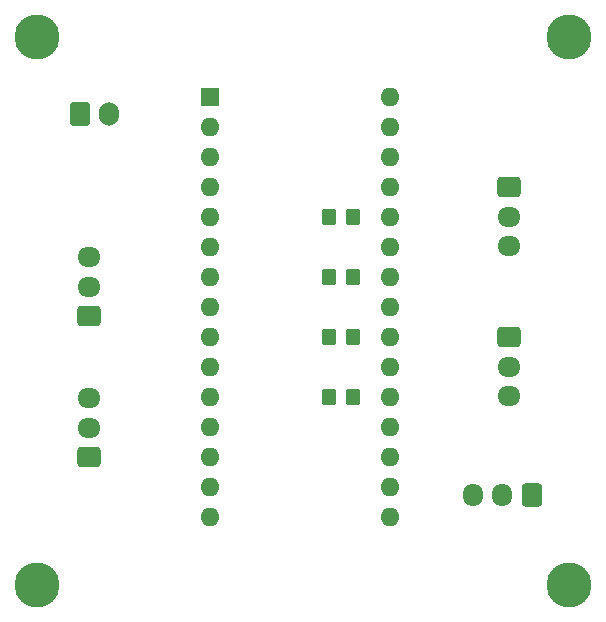
<source format=gbr>
%TF.GenerationSoftware,KiCad,Pcbnew,(6.0.4-0)*%
%TF.CreationDate,2022-05-05T15:57:16+02:00*%
%TF.ProjectId,Raptor_Gripper_Board,52617074-6f72-45f4-9772-69707065725f,rev?*%
%TF.SameCoordinates,Original*%
%TF.FileFunction,Soldermask,Top*%
%TF.FilePolarity,Negative*%
%FSLAX46Y46*%
G04 Gerber Fmt 4.6, Leading zero omitted, Abs format (unit mm)*
G04 Created by KiCad (PCBNEW (6.0.4-0)) date 2022-05-05 15:57:16*
%MOMM*%
%LPD*%
G01*
G04 APERTURE LIST*
G04 Aperture macros list*
%AMRoundRect*
0 Rectangle with rounded corners*
0 $1 Rounding radius*
0 $2 $3 $4 $5 $6 $7 $8 $9 X,Y pos of 4 corners*
0 Add a 4 corners polygon primitive as box body*
4,1,4,$2,$3,$4,$5,$6,$7,$8,$9,$2,$3,0*
0 Add four circle primitives for the rounded corners*
1,1,$1+$1,$2,$3*
1,1,$1+$1,$4,$5*
1,1,$1+$1,$6,$7*
1,1,$1+$1,$8,$9*
0 Add four rect primitives between the rounded corners*
20,1,$1+$1,$2,$3,$4,$5,0*
20,1,$1+$1,$4,$5,$6,$7,0*
20,1,$1+$1,$6,$7,$8,$9,0*
20,1,$1+$1,$8,$9,$2,$3,0*%
G04 Aperture macros list end*
%ADD10O,1.700000X1.950000*%
%ADD11RoundRect,0.250000X0.600000X0.725000X-0.600000X0.725000X-0.600000X-0.725000X0.600000X-0.725000X0*%
%ADD12C,2.600000*%
%ADD13C,3.800000*%
%ADD14RoundRect,0.250000X0.350000X0.450000X-0.350000X0.450000X-0.350000X-0.450000X0.350000X-0.450000X0*%
%ADD15O,1.700000X2.000000*%
%ADD16RoundRect,0.250000X-0.600000X-0.750000X0.600000X-0.750000X0.600000X0.750000X-0.600000X0.750000X0*%
%ADD17O,1.950000X1.700000*%
%ADD18RoundRect,0.250000X0.725000X-0.600000X0.725000X0.600000X-0.725000X0.600000X-0.725000X-0.600000X0*%
%ADD19RoundRect,0.250000X-0.725000X0.600000X-0.725000X-0.600000X0.725000X-0.600000X0.725000X0.600000X0*%
%ADD20O,1.600000X1.600000*%
%ADD21R,1.600000X1.600000*%
G04 APERTURE END LIST*
D10*
%TO.C,J6*%
X116285000Y-84455000D03*
X118785000Y-84455000D03*
D11*
X121285000Y-84455000D03*
%TD*%
D12*
%TO.C,H3*%
X79375000Y-45720000D03*
D13*
X79375000Y-45720000D03*
%TD*%
D14*
%TO.C,R4*%
X104140000Y-76200000D03*
X106140000Y-76200000D03*
%TD*%
D12*
%TO.C,H2*%
X124460000Y-45720000D03*
D13*
X124460000Y-45720000D03*
%TD*%
D12*
%TO.C,H1*%
X124460000Y-92075000D03*
D13*
X124460000Y-92075000D03*
%TD*%
D15*
%TO.C,J1*%
X85490000Y-52190000D03*
D16*
X82990000Y-52190000D03*
%TD*%
D14*
%TO.C,R2*%
X104140000Y-66040000D03*
X106140000Y-66040000D03*
%TD*%
D17*
%TO.C,J5*%
X83820000Y-76280000D03*
X83820000Y-78780000D03*
D18*
X83820000Y-81280000D03*
%TD*%
D17*
%TO.C,J3*%
X119380000Y-63420000D03*
X119380000Y-60920000D03*
D19*
X119380000Y-58420000D03*
%TD*%
D20*
%TO.C,A0*%
X109230000Y-50800000D03*
X109230000Y-53340000D03*
X109230000Y-55880000D03*
X109230000Y-58420000D03*
X109230000Y-60960000D03*
X109230000Y-63500000D03*
X109230000Y-66040000D03*
X109230000Y-68580000D03*
X109230000Y-71120000D03*
X109230000Y-73660000D03*
X109230000Y-76200000D03*
X109230000Y-78740000D03*
X109230000Y-81280000D03*
X109230000Y-83820000D03*
X109230000Y-86360000D03*
X93990000Y-86360000D03*
X93990000Y-83820000D03*
X93990000Y-81280000D03*
X93990000Y-78740000D03*
X93990000Y-76200000D03*
X93990000Y-73660000D03*
X93990000Y-71120000D03*
X93990000Y-68580000D03*
X93990000Y-66040000D03*
X93990000Y-63500000D03*
X93990000Y-60960000D03*
X93990000Y-58420000D03*
X93990000Y-55880000D03*
X93990000Y-53340000D03*
D21*
X93990000Y-50800000D03*
%TD*%
D13*
%TO.C,H0*%
X79375000Y-92075000D03*
D12*
X79375000Y-92075000D03*
%TD*%
D14*
%TO.C,R1*%
X104140000Y-60960000D03*
X106140000Y-60960000D03*
%TD*%
D17*
%TO.C,J2*%
X119380000Y-76120000D03*
X119380000Y-73620000D03*
D19*
X119380000Y-71120000D03*
%TD*%
D17*
%TO.C,J4*%
X83820000Y-64330000D03*
X83820000Y-66830000D03*
D18*
X83820000Y-69330000D03*
%TD*%
D14*
%TO.C,R3*%
X104140000Y-71120000D03*
X106140000Y-71120000D03*
%TD*%
M02*

</source>
